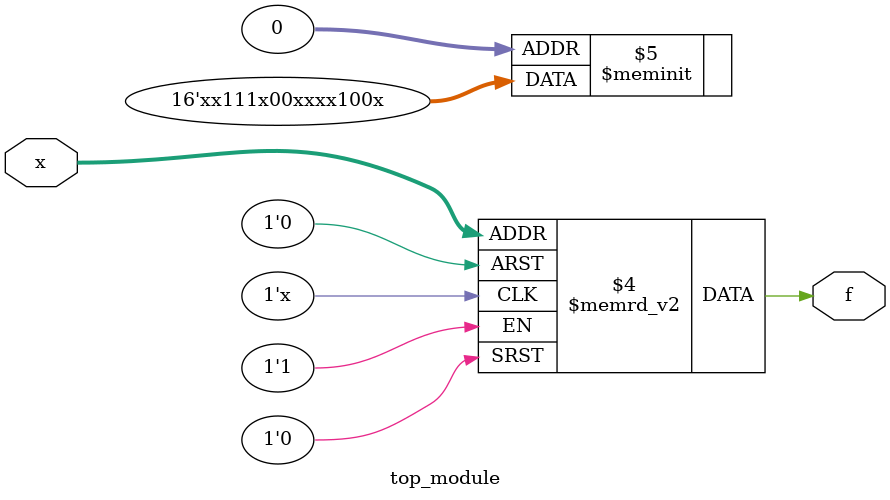
<source format=sv>
module top_module (
    input [4:1] x,
    output logic f
);

always_comb begin
    case ({x[4:3], x[2:1]})
        4'b0001, 4'b0010, 4'b1000, 4'b1001: f = 1'b0;
        4'b0011, 4'b1011, 4'b1100, 4'b1101: f = 1'b1;
        4'b0000, 4'b0111, 4'b1010, 4'b1110, 4'b1111: f = 1'bx;
        default: f = 1'bx;
    endcase
end

endmodule

</source>
